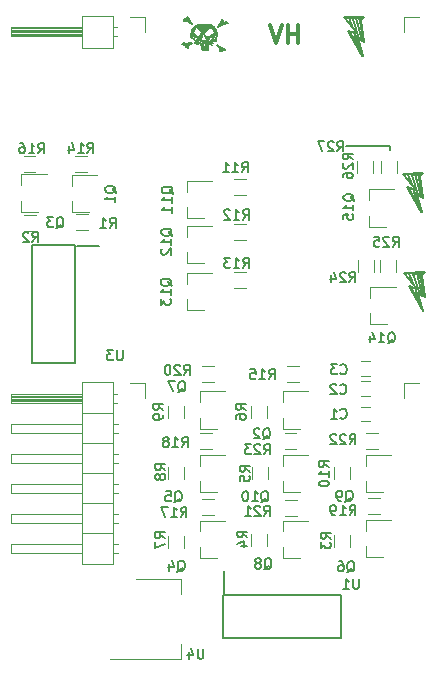
<source format=gbo>
%TF.GenerationSoftware,KiCad,Pcbnew,4.0.7*%
%TF.CreationDate,2017-11-19T01:16:01+08:00*%
%TF.ProjectId,Nixie-Tube-with-shiftR,4E697869652D547562652D776974682D,rev?*%
%TF.FileFunction,Legend,Bot*%
%FSLAX46Y46*%
G04 Gerber Fmt 4.6, Leading zero omitted, Abs format (unit mm)*
G04 Created by KiCad (PCBNEW 4.0.7) date 11/19/17 01:16:01*
%MOMM*%
%LPD*%
G01*
G04 APERTURE LIST*
%ADD10C,0.100000*%
%ADD11C,0.300000*%
%ADD12C,0.200000*%
%ADD13C,0.153000*%
%ADD14C,0.120000*%
%ADD15C,0.150000*%
G04 APERTURE END LIST*
D10*
D11*
X25271428Y-2928571D02*
X25271428Y-1428571D01*
X25271428Y-2142857D02*
X24414285Y-2142857D01*
X24414285Y-2928571D02*
X24414285Y-1428571D01*
X23914285Y-1428571D02*
X23414285Y-2928571D01*
X22914285Y-1428571D01*
D12*
X33060000Y-11640000D02*
X33060000Y-11960000D01*
X29350000Y-11660000D02*
X33060000Y-11640000D01*
D13*
X35335000Y-22445000D02*
X35795000Y-24295000D01*
X35665000Y-22485000D02*
X35755000Y-22885000D01*
X34651000Y-23544000D02*
X35865000Y-25665000D01*
X35725000Y-25285000D02*
X35365000Y-24165000D01*
X35055000Y-22515000D02*
X35585000Y-24195000D01*
X34845000Y-23615000D02*
X35285000Y-24585000D01*
X35237000Y-23995500D02*
X35621000Y-25056200D01*
X35891000Y-25664200D02*
X35454000Y-24181900D01*
X35715000Y-22605000D02*
X35785000Y-22405000D01*
X35585000Y-22365000D02*
X35629000Y-22709200D01*
X36033000Y-22327400D02*
X34297000Y-22386500D01*
X35454000Y-24181900D02*
X36039000Y-24447600D01*
X35930000Y-24262700D02*
X35237000Y-23995500D01*
X34725000Y-22475000D02*
X35065000Y-23265000D01*
X34555000Y-22425000D02*
X34395000Y-22415000D01*
X34297000Y-22386500D02*
X35407000Y-23727100D01*
X36039000Y-24447600D02*
X35785000Y-22605000D01*
X35407000Y-23727100D02*
X34651000Y-23544000D01*
X35755000Y-22825000D02*
X35915000Y-23955000D01*
X35505000Y-22485000D02*
X34555000Y-22425000D01*
X35705000Y-22445000D02*
X35715000Y-22605000D01*
X35874000Y-22402600D02*
X35621000Y-22533800D01*
X35155000Y-23685000D02*
X35355000Y-24115000D01*
X35955000Y-24345000D02*
X35345000Y-24085000D01*
X35629000Y-22709200D02*
X35930000Y-24262700D01*
X35785000Y-22605000D02*
X36033000Y-22327400D01*
X35210000Y-14070000D02*
X35670000Y-15920000D01*
X35540000Y-14110000D02*
X35630000Y-14510000D01*
X34526000Y-15169000D02*
X35740000Y-17290000D01*
X35600000Y-16910000D02*
X35240000Y-15790000D01*
X34930000Y-14140000D02*
X35460000Y-15820000D01*
X34720000Y-15240000D02*
X35160000Y-16210000D01*
X35112000Y-15620500D02*
X35496000Y-16681200D01*
X35766000Y-17289200D02*
X35329000Y-15806900D01*
X35590000Y-14230000D02*
X35660000Y-14030000D01*
X35460000Y-13990000D02*
X35504000Y-14334200D01*
X35908000Y-13952400D02*
X34172000Y-14011500D01*
X35329000Y-15806900D02*
X35914000Y-16072600D01*
X35805000Y-15887700D02*
X35112000Y-15620500D01*
X34600000Y-14100000D02*
X34940000Y-14890000D01*
X34430000Y-14050000D02*
X34270000Y-14040000D01*
X34172000Y-14011500D02*
X35282000Y-15352100D01*
X35914000Y-16072600D02*
X35660000Y-14230000D01*
X35282000Y-15352100D02*
X34526000Y-15169000D01*
X35630000Y-14450000D02*
X35790000Y-15580000D01*
X35380000Y-14110000D02*
X34430000Y-14050000D01*
X35580000Y-14070000D02*
X35590000Y-14230000D01*
X35749000Y-14027600D02*
X35496000Y-14158800D01*
X35030000Y-15310000D02*
X35230000Y-15740000D01*
X35830000Y-15970000D02*
X35220000Y-15710000D01*
X35504000Y-14334200D02*
X35805000Y-15887700D01*
X35660000Y-14230000D02*
X35908000Y-13952400D01*
D14*
X15890000Y-17780000D02*
X15890000Y-16850000D01*
X15890000Y-14620000D02*
X15890000Y-15550000D01*
X15890000Y-14620000D02*
X18050000Y-14620000D01*
X15890000Y-17780000D02*
X17350000Y-17780000D01*
D15*
X6375000Y-28775000D02*
X6375000Y-30025000D01*
X2775000Y-28750000D02*
X2775000Y-30025000D01*
X8425000Y-20115000D02*
X8225000Y-20115000D01*
X8225000Y-20115000D02*
X6575000Y-20115000D01*
X6375000Y-20015000D02*
X6375000Y-28765000D01*
X6375000Y-30025000D02*
X2775000Y-30025000D01*
X2775000Y-28765000D02*
X2775000Y-20015000D01*
X2775000Y-20015000D02*
X6375000Y-20015000D01*
D14*
X22630000Y-45500000D02*
X22630000Y-44500000D01*
X21270000Y-44500000D02*
X21270000Y-45500000D01*
X15360000Y-48290000D02*
X15360000Y-49550000D01*
X15360000Y-55110000D02*
X15360000Y-53850000D01*
X11600000Y-48290000D02*
X15360000Y-48290000D01*
X9350000Y-55110000D02*
X15360000Y-55110000D01*
X31350000Y-31600000D02*
X30650000Y-31600000D01*
X30650000Y-32800000D02*
X31350000Y-32800000D01*
X33680000Y-13950000D02*
X33680000Y-12950000D01*
X32320000Y-12950000D02*
X32320000Y-13950000D01*
X30320000Y-12950000D02*
X30320000Y-13950000D01*
X31680000Y-13950000D02*
X31680000Y-12950000D01*
X31290000Y-18480000D02*
X31290000Y-17550000D01*
X31290000Y-15320000D02*
X31290000Y-16250000D01*
X31290000Y-15320000D02*
X33450000Y-15320000D01*
X31290000Y-18480000D02*
X32750000Y-18480000D01*
D15*
X27685000Y-49695000D02*
X28935000Y-49695000D01*
X27660000Y-53295000D02*
X28935000Y-53295000D01*
X19025000Y-47645000D02*
X19025000Y-47845000D01*
X19025000Y-47845000D02*
X19025000Y-49495000D01*
X18925000Y-49695000D02*
X27675000Y-49695000D01*
X28935000Y-49695000D02*
X28935000Y-53295000D01*
X27675000Y-53295000D02*
X18925000Y-53295000D01*
X18925000Y-53295000D02*
X18925000Y-49695000D01*
D14*
X33630000Y-22300000D02*
X33630000Y-21300000D01*
X32270000Y-21300000D02*
X32270000Y-22300000D01*
X30370000Y-21350000D02*
X30370000Y-22350000D01*
X31730000Y-22350000D02*
X31730000Y-21350000D01*
X25150000Y-35945000D02*
X24150000Y-35945000D01*
X24150000Y-37305000D02*
X25150000Y-37305000D01*
X32050000Y-35945000D02*
X31050000Y-35945000D01*
X31050000Y-37305000D02*
X32050000Y-37305000D01*
X25200000Y-41595000D02*
X24200000Y-41595000D01*
X24200000Y-42955000D02*
X25200000Y-42955000D01*
X18200000Y-30320000D02*
X17200000Y-30320000D01*
X17200000Y-31680000D02*
X18200000Y-31680000D01*
X32250000Y-41445000D02*
X31250000Y-41445000D01*
X31250000Y-42805000D02*
X32250000Y-42805000D01*
X18000000Y-35945000D02*
X17000000Y-35945000D01*
X17000000Y-37305000D02*
X18000000Y-37305000D01*
X18200000Y-41570000D02*
X17200000Y-41570000D01*
X17200000Y-42930000D02*
X18200000Y-42930000D01*
X3050000Y-12470000D02*
X2050000Y-12470000D01*
X2050000Y-13830000D02*
X3050000Y-13830000D01*
X25350000Y-30320000D02*
X24350000Y-30320000D01*
X24350000Y-31680000D02*
X25350000Y-31680000D01*
X6425000Y-13855000D02*
X7425000Y-13855000D01*
X7425000Y-12495000D02*
X6425000Y-12495000D01*
X19850000Y-23680000D02*
X20850000Y-23680000D01*
X20850000Y-22320000D02*
X19850000Y-22320000D01*
X19850000Y-19630000D02*
X20850000Y-19630000D01*
X20850000Y-18270000D02*
X19850000Y-18270000D01*
X19850000Y-15780000D02*
X20850000Y-15780000D01*
X20850000Y-14420000D02*
X19850000Y-14420000D01*
X29680000Y-39875000D02*
X29680000Y-38875000D01*
X28320000Y-38875000D02*
X28320000Y-39875000D01*
X15630000Y-34650000D02*
X15630000Y-33650000D01*
X14270000Y-33650000D02*
X14270000Y-34650000D01*
X15630000Y-39875000D02*
X15630000Y-38875000D01*
X14270000Y-38875000D02*
X14270000Y-39875000D01*
X15630000Y-45675000D02*
X15630000Y-44675000D01*
X14270000Y-44675000D02*
X14270000Y-45675000D01*
X22630000Y-34650000D02*
X22630000Y-33650000D01*
X21270000Y-33650000D02*
X21270000Y-34650000D01*
X22780000Y-39875000D02*
X22780000Y-38875000D01*
X21420000Y-38875000D02*
X21420000Y-39875000D01*
X29680000Y-45600000D02*
X29680000Y-44600000D01*
X28320000Y-44600000D02*
X28320000Y-45600000D01*
X2100000Y-18830000D02*
X3100000Y-18830000D01*
X3100000Y-17470000D02*
X2100000Y-17470000D01*
X6475000Y-18755000D02*
X7475000Y-18755000D01*
X7475000Y-17395000D02*
X6475000Y-17395000D01*
X31390000Y-26730000D02*
X31390000Y-25800000D01*
X31390000Y-23570000D02*
X31390000Y-24500000D01*
X31390000Y-23570000D02*
X33550000Y-23570000D01*
X31390000Y-26730000D02*
X32850000Y-26730000D01*
X15890000Y-25580000D02*
X15890000Y-24650000D01*
X15890000Y-22420000D02*
X15890000Y-23350000D01*
X15890000Y-22420000D02*
X18050000Y-22420000D01*
X15890000Y-25580000D02*
X17350000Y-25580000D01*
X15890000Y-21580000D02*
X15890000Y-20650000D01*
X15890000Y-18420000D02*
X15890000Y-19350000D01*
X15890000Y-18420000D02*
X18050000Y-18420000D01*
X15890000Y-21580000D02*
X17350000Y-21580000D01*
X23990000Y-40955000D02*
X23990000Y-40025000D01*
X23990000Y-37795000D02*
X23990000Y-38725000D01*
X23990000Y-37795000D02*
X26150000Y-37795000D01*
X23990000Y-40955000D02*
X25450000Y-40955000D01*
X31040000Y-40955000D02*
X31040000Y-40025000D01*
X31040000Y-37795000D02*
X31040000Y-38725000D01*
X31040000Y-37795000D02*
X33200000Y-37795000D01*
X31040000Y-40955000D02*
X32500000Y-40955000D01*
X23990000Y-46530000D02*
X23990000Y-45600000D01*
X23990000Y-43370000D02*
X23990000Y-44300000D01*
X23990000Y-43370000D02*
X26150000Y-43370000D01*
X23990000Y-46530000D02*
X25450000Y-46530000D01*
X16990000Y-35580000D02*
X16990000Y-34650000D01*
X16990000Y-32420000D02*
X16990000Y-33350000D01*
X16990000Y-32420000D02*
X19150000Y-32420000D01*
X16990000Y-35580000D02*
X18450000Y-35580000D01*
X31040000Y-46455000D02*
X31040000Y-45525000D01*
X31040000Y-43295000D02*
X31040000Y-44225000D01*
X31040000Y-43295000D02*
X33200000Y-43295000D01*
X31040000Y-46455000D02*
X32500000Y-46455000D01*
X16990000Y-40955000D02*
X16990000Y-40025000D01*
X16990000Y-37795000D02*
X16990000Y-38725000D01*
X16990000Y-37795000D02*
X19150000Y-37795000D01*
X16990000Y-40955000D02*
X18450000Y-40955000D01*
X16990000Y-46530000D02*
X16990000Y-45600000D01*
X16990000Y-43370000D02*
X16990000Y-44300000D01*
X16990000Y-43370000D02*
X19150000Y-43370000D01*
X16990000Y-46530000D02*
X18450000Y-46530000D01*
X23990000Y-35580000D02*
X23990000Y-34650000D01*
X23990000Y-32420000D02*
X23990000Y-33350000D01*
X23990000Y-32420000D02*
X26150000Y-32420000D01*
X23990000Y-35580000D02*
X25450000Y-35580000D01*
X6115000Y-17255000D02*
X6115000Y-16325000D01*
X6115000Y-14095000D02*
X6115000Y-15025000D01*
X6115000Y-14095000D02*
X8275000Y-14095000D01*
X6115000Y-17255000D02*
X7575000Y-17255000D01*
X30650000Y-34950000D02*
X31350000Y-34950000D01*
X31350000Y-33750000D02*
X30650000Y-33750000D01*
X1840000Y-17230000D02*
X1840000Y-16300000D01*
X1840000Y-14070000D02*
X1840000Y-15000000D01*
X1840000Y-14070000D02*
X4000000Y-14070000D01*
X1840000Y-17230000D02*
X3300000Y-17230000D01*
X31350000Y-29900000D02*
X30650000Y-29900000D01*
X30650000Y-31100000D02*
X31350000Y-31100000D01*
X9660000Y-31670000D02*
X9660000Y-47030000D01*
X9660000Y-47030000D02*
X7000000Y-47030000D01*
X7000000Y-47030000D02*
X7000000Y-31670000D01*
X7000000Y-31670000D02*
X9660000Y-31670000D01*
X7000000Y-32620000D02*
X1000000Y-32620000D01*
X1000000Y-32620000D02*
X1000000Y-33380000D01*
X1000000Y-33380000D02*
X7000000Y-33380000D01*
X7000000Y-32680000D02*
X1000000Y-32680000D01*
X7000000Y-32800000D02*
X1000000Y-32800000D01*
X7000000Y-32920000D02*
X1000000Y-32920000D01*
X7000000Y-33040000D02*
X1000000Y-33040000D01*
X7000000Y-33160000D02*
X1000000Y-33160000D01*
X7000000Y-33280000D02*
X1000000Y-33280000D01*
X9990000Y-32620000D02*
X9660000Y-32620000D01*
X9990000Y-33380000D02*
X9660000Y-33380000D01*
X9660000Y-34270000D02*
X7000000Y-34270000D01*
X7000000Y-35160000D02*
X1000000Y-35160000D01*
X1000000Y-35160000D02*
X1000000Y-35920000D01*
X1000000Y-35920000D02*
X7000000Y-35920000D01*
X10057071Y-35160000D02*
X9660000Y-35160000D01*
X10057071Y-35920000D02*
X9660000Y-35920000D01*
X9660000Y-36810000D02*
X7000000Y-36810000D01*
X7000000Y-37700000D02*
X1000000Y-37700000D01*
X1000000Y-37700000D02*
X1000000Y-38460000D01*
X1000000Y-38460000D02*
X7000000Y-38460000D01*
X10057071Y-37700000D02*
X9660000Y-37700000D01*
X10057071Y-38460000D02*
X9660000Y-38460000D01*
X9660000Y-39350000D02*
X7000000Y-39350000D01*
X7000000Y-40240000D02*
X1000000Y-40240000D01*
X1000000Y-40240000D02*
X1000000Y-41000000D01*
X1000000Y-41000000D02*
X7000000Y-41000000D01*
X10057071Y-40240000D02*
X9660000Y-40240000D01*
X10057071Y-41000000D02*
X9660000Y-41000000D01*
X9660000Y-41890000D02*
X7000000Y-41890000D01*
X7000000Y-42780000D02*
X1000000Y-42780000D01*
X1000000Y-42780000D02*
X1000000Y-43540000D01*
X1000000Y-43540000D02*
X7000000Y-43540000D01*
X10057071Y-42780000D02*
X9660000Y-42780000D01*
X10057071Y-43540000D02*
X9660000Y-43540000D01*
X9660000Y-44430000D02*
X7000000Y-44430000D01*
X7000000Y-45320000D02*
X1000000Y-45320000D01*
X1000000Y-45320000D02*
X1000000Y-46080000D01*
X1000000Y-46080000D02*
X7000000Y-46080000D01*
X10057071Y-45320000D02*
X9660000Y-45320000D01*
X10057071Y-46080000D02*
X9660000Y-46080000D01*
X12370000Y-33000000D02*
X12370000Y-31730000D01*
X12370000Y-31730000D02*
X11100000Y-31730000D01*
X35500000Y-31730000D02*
X34230000Y-31730000D01*
X34230000Y-31730000D02*
X34230000Y-33000000D01*
X35550000Y-730000D02*
X34280000Y-730000D01*
X34280000Y-730000D02*
X34280000Y-2000000D01*
X9660000Y-670000D02*
X9660000Y-3330000D01*
X9660000Y-3330000D02*
X7000000Y-3330000D01*
X7000000Y-3330000D02*
X7000000Y-670000D01*
X7000000Y-670000D02*
X9660000Y-670000D01*
X7000000Y-1620000D02*
X1000000Y-1620000D01*
X1000000Y-1620000D02*
X1000000Y-2380000D01*
X1000000Y-2380000D02*
X7000000Y-2380000D01*
X7000000Y-1680000D02*
X1000000Y-1680000D01*
X7000000Y-1800000D02*
X1000000Y-1800000D01*
X7000000Y-1920000D02*
X1000000Y-1920000D01*
X7000000Y-2040000D02*
X1000000Y-2040000D01*
X7000000Y-2160000D02*
X1000000Y-2160000D01*
X7000000Y-2280000D02*
X1000000Y-2280000D01*
X9990000Y-1620000D02*
X9660000Y-1620000D01*
X9990000Y-2380000D02*
X9660000Y-2380000D01*
X12370000Y-2000000D02*
X12370000Y-730000D01*
X12370000Y-730000D02*
X11100000Y-730000D01*
D13*
X15900000Y-3200000D02*
X15480000Y-3060000D01*
X18820000Y-3600000D02*
X18720000Y-3630000D01*
X16950000Y-2600000D02*
X17160000Y-2280000D01*
X18210000Y-2220000D02*
X17960000Y-2380000D01*
X17130000Y-2320000D02*
X17050000Y-2720000D01*
X17710000Y-2910000D02*
X17850000Y-2760000D01*
X17660000Y-2970000D02*
X17840000Y-2960000D01*
X17030000Y-2350000D02*
X17210000Y-2200000D01*
X17660000Y-3020000D02*
X17550000Y-2910000D01*
X19000000Y-1350000D02*
X18790000Y-1170000D01*
X19220000Y-1160000D02*
X19030000Y-1260000D01*
X18700000Y-3440000D02*
X18590000Y-3230000D01*
X18240000Y-1690000D02*
X18440000Y-2130000D01*
X17710000Y-2560000D02*
X17900000Y-2390000D01*
X17110000Y-2800000D02*
X17510000Y-2790000D01*
X17970000Y-2460000D02*
X18360000Y-2170000D01*
X18200000Y-2600000D02*
X17910000Y-2660000D01*
X16300000Y-2930000D02*
X16000000Y-3200000D01*
X18750000Y-1340000D02*
X18820000Y-1330000D01*
X17510000Y-2410000D02*
X18160000Y-2350000D01*
X18360000Y-2730000D02*
X17820000Y-2820000D01*
X17210000Y-3510000D02*
X17020000Y-2890000D01*
X18020000Y-3070000D02*
X17770000Y-2970000D01*
X16250000Y-2930000D02*
X15820000Y-3040000D01*
X16540000Y-2360000D02*
X16420000Y-2310000D01*
X18770000Y-3360000D02*
X19050000Y-3420000D01*
X17580000Y-2560000D02*
X17760000Y-2480000D01*
X17280000Y-2910000D02*
X17360000Y-3470000D01*
X16610000Y-2930000D02*
X16700000Y-2700000D01*
X18360000Y-2110000D02*
X18190000Y-2420000D01*
X18840000Y-3480000D02*
X18820000Y-3600000D01*
X18240000Y-2120000D02*
X18080000Y-1750000D01*
X16920000Y-2910000D02*
X16760000Y-3040000D01*
X17430000Y-2370000D02*
X17630000Y-2790000D01*
X15900000Y-3090000D02*
X16260000Y-2930000D01*
X16000000Y-3200000D02*
X15950000Y-3400000D01*
X17730000Y-2630000D02*
X17460000Y-2750000D01*
X17530000Y-2870000D02*
X17610000Y-2880000D01*
X16860000Y-2610000D02*
X17190000Y-2090000D01*
X18430000Y-2110000D02*
X18370000Y-2740000D01*
X18530000Y-1580000D02*
X19000000Y-1350000D01*
X18790000Y-1170000D02*
X18510000Y-1550000D01*
X18720000Y-3630000D02*
X18700000Y-3440000D01*
X19070000Y-3540000D02*
X18840000Y-3480000D01*
X16800000Y-3030000D02*
X16630000Y-2910000D01*
X16570000Y-2460000D02*
X17100000Y-2420000D01*
X18450000Y-3080000D02*
X18770000Y-3360000D01*
X17620000Y-1650000D02*
X18090000Y-1700000D01*
X19050000Y-3420000D02*
X19070000Y-3540000D01*
X18360000Y-2170000D02*
X18090000Y-1710000D01*
X17360000Y-3470000D02*
X17280000Y-2910000D01*
X18190000Y-2140000D02*
X18100000Y-2430000D01*
X19030000Y-1260000D02*
X18820000Y-1000000D01*
X17630000Y-3510000D02*
X17400000Y-3520000D01*
X16810000Y-2820000D02*
X16930000Y-2910000D01*
X18890000Y-1140000D02*
X18870000Y-950000D01*
X16970000Y-2960000D02*
X16690000Y-2780000D01*
X17400000Y-3520000D02*
X17200000Y-3470000D01*
X18230000Y-1680000D02*
X17920000Y-1450000D01*
X18090000Y-1710000D02*
X17810000Y-1520000D01*
X17910000Y-2840000D02*
X18060000Y-2980000D01*
X17490000Y-2950000D02*
X17530000Y-3460000D01*
X17520000Y-2820000D02*
X16930000Y-2680000D01*
X17430000Y-2900000D02*
X17140000Y-2920000D01*
X15950000Y-3400000D02*
X15810000Y-3290000D01*
X17070000Y-1820000D02*
X17610000Y-1650000D01*
X17520000Y-1750000D02*
X17280000Y-1880000D01*
X16250000Y-2460000D02*
X16590000Y-2680000D01*
X16390000Y-2240000D02*
X16410000Y-2340000D01*
X17270000Y-1900000D02*
X17120000Y-1700000D01*
X16310000Y-1330000D02*
X16020000Y-1000000D01*
X15950000Y-980000D02*
X15630000Y-950000D01*
X16020000Y-1000000D02*
X16070000Y-790000D01*
X15950000Y-1110000D02*
X16180000Y-1260000D01*
X16310000Y-1840000D02*
X16700000Y-1430000D01*
X16830000Y-1560000D02*
X17780000Y-1580000D01*
X17400000Y-2050000D02*
X17310000Y-2160000D01*
X17310000Y-2160000D02*
X17450000Y-2340000D01*
X16850000Y-1520000D02*
X17170000Y-1690000D01*
X16250000Y-2430000D02*
X16310000Y-1860000D01*
X16070000Y-790000D02*
X15910000Y-780000D01*
X17860000Y-1570000D02*
X17400000Y-2050000D01*
X16850000Y-2550000D02*
X16450000Y-2190000D01*
X16740000Y-1420000D02*
X17910000Y-1450000D01*
X17610000Y-1650000D02*
X17690000Y-1760000D01*
X17780000Y-1580000D02*
X17690000Y-1710000D01*
X17540000Y-1640000D02*
X17070000Y-1820000D01*
X17810000Y-1520000D02*
X16750000Y-1530000D01*
X15910000Y-780000D02*
X15950000Y-980000D01*
X17230000Y-2120000D02*
X16740000Y-1580000D01*
X15670000Y-1110000D02*
X15950000Y-1110000D01*
X16940000Y-1760000D02*
X16830000Y-1690000D01*
X16370000Y-1950000D02*
X16330000Y-2460000D01*
X16750000Y-1530000D02*
X16370000Y-1950000D01*
X15630000Y-950000D02*
X15670000Y-1110000D01*
X16610000Y-1730000D02*
X16370000Y-2070000D01*
X15480000Y-3060000D02*
X15680000Y-2980000D01*
X15680000Y-2980000D02*
X15900000Y-3090000D01*
X15810000Y-3290000D02*
X15900000Y-3200000D01*
X19330000Y-1260000D02*
X19220000Y-1160000D01*
X19020000Y-1340000D02*
X19330000Y-1260000D01*
X17700000Y-3040000D02*
X17690000Y-3520000D01*
X30210000Y-820000D02*
X30670000Y-2670000D01*
X30540000Y-860000D02*
X30630000Y-1260000D01*
X29526000Y-1919000D02*
X30740000Y-4040000D01*
X30600000Y-3660000D02*
X30240000Y-2540000D01*
X29930000Y-890000D02*
X30460000Y-2570000D01*
X29720000Y-1990000D02*
X30160000Y-2960000D01*
X30112000Y-2370500D02*
X30496000Y-3431200D01*
X30766000Y-4039200D02*
X30329000Y-2556900D01*
X30590000Y-980000D02*
X30660000Y-780000D01*
X30460000Y-740000D02*
X30504000Y-1084200D01*
X30908000Y-702400D02*
X29172000Y-761500D01*
X30329000Y-2556900D02*
X30914000Y-2822600D01*
X30805000Y-2637700D02*
X30112000Y-2370500D01*
X29600000Y-850000D02*
X29940000Y-1640000D01*
X29430000Y-800000D02*
X29270000Y-790000D01*
X29172000Y-761500D02*
X30282000Y-2102100D01*
X30914000Y-2822600D02*
X30660000Y-980000D01*
X30282000Y-2102100D02*
X29526000Y-1919000D01*
X30630000Y-1200000D02*
X30790000Y-2330000D01*
X30380000Y-860000D02*
X29430000Y-800000D01*
X30580000Y-820000D02*
X30590000Y-980000D01*
X30749000Y-777600D02*
X30496000Y-908800D01*
X30030000Y-2060000D02*
X30230000Y-2490000D01*
X30830000Y-2720000D02*
X30220000Y-2460000D01*
X30504000Y-1084200D02*
X30805000Y-2637700D01*
X30660000Y-980000D02*
X30908000Y-702400D01*
X14705476Y-15714286D02*
X14665000Y-15633333D01*
X14584048Y-15552381D01*
X14462619Y-15430952D01*
X14422143Y-15350000D01*
X14422143Y-15269048D01*
X14624524Y-15309524D02*
X14584048Y-15228571D01*
X14503095Y-15147619D01*
X14341190Y-15107143D01*
X14057857Y-15107143D01*
X13895952Y-15147619D01*
X13815000Y-15228571D01*
X13774524Y-15309524D01*
X13774524Y-15471428D01*
X13815000Y-15552381D01*
X13895952Y-15633333D01*
X14057857Y-15673809D01*
X14341190Y-15673809D01*
X14503095Y-15633333D01*
X14584048Y-15552381D01*
X14624524Y-15471428D01*
X14624524Y-15309524D01*
X14624524Y-16483333D02*
X14624524Y-15997619D01*
X14624524Y-16240476D02*
X13774524Y-16240476D01*
X13895952Y-16159524D01*
X13976905Y-16078571D01*
X14017381Y-15997619D01*
X14624524Y-17292857D02*
X14624524Y-16807143D01*
X14624524Y-17050000D02*
X13774524Y-17050000D01*
X13895952Y-16969048D01*
X13976905Y-16888095D01*
X14017381Y-16807143D01*
X10447619Y-28934524D02*
X10447619Y-29622619D01*
X10407143Y-29703571D01*
X10366667Y-29744048D01*
X10285714Y-29784524D01*
X10123810Y-29784524D01*
X10042857Y-29744048D01*
X10002381Y-29703571D01*
X9961905Y-29622619D01*
X9961905Y-28934524D01*
X9638095Y-28934524D02*
X9111905Y-28934524D01*
X9395238Y-29258333D01*
X9273810Y-29258333D01*
X9192857Y-29298810D01*
X9152381Y-29339286D01*
X9111905Y-29420238D01*
X9111905Y-29622619D01*
X9152381Y-29703571D01*
X9192857Y-29744048D01*
X9273810Y-29784524D01*
X9516667Y-29784524D01*
X9597619Y-29744048D01*
X9638095Y-29703571D01*
X21014524Y-44793333D02*
X20609762Y-44510000D01*
X21014524Y-44307619D02*
X20164524Y-44307619D01*
X20164524Y-44631428D01*
X20205000Y-44712381D01*
X20245476Y-44752857D01*
X20326429Y-44793333D01*
X20447857Y-44793333D01*
X20528810Y-44752857D01*
X20569286Y-44712381D01*
X20609762Y-44631428D01*
X20609762Y-44307619D01*
X20447857Y-45521905D02*
X21014524Y-45521905D01*
X20124048Y-45319524D02*
X20731190Y-45117143D01*
X20731190Y-45643333D01*
X17277619Y-54214524D02*
X17277619Y-54902619D01*
X17237143Y-54983571D01*
X17196667Y-55024048D01*
X17115714Y-55064524D01*
X16953810Y-55064524D01*
X16872857Y-55024048D01*
X16832381Y-54983571D01*
X16791905Y-54902619D01*
X16791905Y-54214524D01*
X16022857Y-54497857D02*
X16022857Y-55064524D01*
X16225238Y-54174048D02*
X16427619Y-54781190D01*
X15901429Y-54781190D01*
X28851667Y-32583571D02*
X28892143Y-32624048D01*
X29013572Y-32664524D01*
X29094524Y-32664524D01*
X29215952Y-32624048D01*
X29296905Y-32543095D01*
X29337381Y-32462143D01*
X29377857Y-32300238D01*
X29377857Y-32178810D01*
X29337381Y-32016905D01*
X29296905Y-31935952D01*
X29215952Y-31855000D01*
X29094524Y-31814524D01*
X29013572Y-31814524D01*
X28892143Y-31855000D01*
X28851667Y-31895476D01*
X28527857Y-31895476D02*
X28487381Y-31855000D01*
X28406429Y-31814524D01*
X28204048Y-31814524D01*
X28123095Y-31855000D01*
X28082619Y-31895476D01*
X28042143Y-31976429D01*
X28042143Y-32057381D01*
X28082619Y-32178810D01*
X28568333Y-32664524D01*
X28042143Y-32664524D01*
X28626429Y-12114524D02*
X28909762Y-11709762D01*
X29112143Y-12114524D02*
X29112143Y-11264524D01*
X28788334Y-11264524D01*
X28707381Y-11305000D01*
X28666905Y-11345476D01*
X28626429Y-11426429D01*
X28626429Y-11547857D01*
X28666905Y-11628810D01*
X28707381Y-11669286D01*
X28788334Y-11709762D01*
X29112143Y-11709762D01*
X28302619Y-11345476D02*
X28262143Y-11305000D01*
X28181191Y-11264524D01*
X27978810Y-11264524D01*
X27897857Y-11305000D01*
X27857381Y-11345476D01*
X27816905Y-11426429D01*
X27816905Y-11507381D01*
X27857381Y-11628810D01*
X28343095Y-12114524D01*
X27816905Y-12114524D01*
X27533571Y-11264524D02*
X26966905Y-11264524D01*
X27331190Y-12114524D01*
X29934524Y-12783571D02*
X29529762Y-12500238D01*
X29934524Y-12297857D02*
X29084524Y-12297857D01*
X29084524Y-12621666D01*
X29125000Y-12702619D01*
X29165476Y-12743095D01*
X29246429Y-12783571D01*
X29367857Y-12783571D01*
X29448810Y-12743095D01*
X29489286Y-12702619D01*
X29529762Y-12621666D01*
X29529762Y-12297857D01*
X29165476Y-13107381D02*
X29125000Y-13147857D01*
X29084524Y-13228809D01*
X29084524Y-13431190D01*
X29125000Y-13512143D01*
X29165476Y-13552619D01*
X29246429Y-13593095D01*
X29327381Y-13593095D01*
X29448810Y-13552619D01*
X29934524Y-13066905D01*
X29934524Y-13593095D01*
X29084524Y-14321667D02*
X29084524Y-14159762D01*
X29125000Y-14078810D01*
X29165476Y-14038333D01*
X29286905Y-13957381D01*
X29448810Y-13916905D01*
X29772619Y-13916905D01*
X29853571Y-13957381D01*
X29894048Y-13997857D01*
X29934524Y-14078810D01*
X29934524Y-14240714D01*
X29894048Y-14321667D01*
X29853571Y-14362143D01*
X29772619Y-14402619D01*
X29570238Y-14402619D01*
X29489286Y-14362143D01*
X29448810Y-14321667D01*
X29408333Y-14240714D01*
X29408333Y-14078810D01*
X29448810Y-13997857D01*
X29489286Y-13957381D01*
X29570238Y-13916905D01*
X30055476Y-16344286D02*
X30015000Y-16263333D01*
X29934048Y-16182381D01*
X29812619Y-16060952D01*
X29772143Y-15980000D01*
X29772143Y-15899048D01*
X29974524Y-15939524D02*
X29934048Y-15858571D01*
X29853095Y-15777619D01*
X29691190Y-15737143D01*
X29407857Y-15737143D01*
X29245952Y-15777619D01*
X29165000Y-15858571D01*
X29124524Y-15939524D01*
X29124524Y-16101428D01*
X29165000Y-16182381D01*
X29245952Y-16263333D01*
X29407857Y-16303809D01*
X29691190Y-16303809D01*
X29853095Y-16263333D01*
X29934048Y-16182381D01*
X29974524Y-16101428D01*
X29974524Y-15939524D01*
X29974524Y-17113333D02*
X29974524Y-16627619D01*
X29974524Y-16870476D02*
X29124524Y-16870476D01*
X29245952Y-16789524D01*
X29326905Y-16708571D01*
X29367381Y-16627619D01*
X29124524Y-17882381D02*
X29124524Y-17477619D01*
X29529286Y-17437143D01*
X29488810Y-17477619D01*
X29448333Y-17558571D01*
X29448333Y-17760952D01*
X29488810Y-17841905D01*
X29529286Y-17882381D01*
X29610238Y-17922857D01*
X29812619Y-17922857D01*
X29893571Y-17882381D01*
X29934048Y-17841905D01*
X29974524Y-17760952D01*
X29974524Y-17558571D01*
X29934048Y-17477619D01*
X29893571Y-17437143D01*
X30447619Y-48314524D02*
X30447619Y-49002619D01*
X30407143Y-49083571D01*
X30366667Y-49124048D01*
X30285714Y-49164524D01*
X30123810Y-49164524D01*
X30042857Y-49124048D01*
X30002381Y-49083571D01*
X29961905Y-49002619D01*
X29961905Y-48314524D01*
X29111905Y-49164524D02*
X29597619Y-49164524D01*
X29354762Y-49164524D02*
X29354762Y-48314524D01*
X29435714Y-48435952D01*
X29516667Y-48516905D01*
X29597619Y-48557381D01*
X33316429Y-20174524D02*
X33599762Y-19769762D01*
X33802143Y-20174524D02*
X33802143Y-19324524D01*
X33478334Y-19324524D01*
X33397381Y-19365000D01*
X33356905Y-19405476D01*
X33316429Y-19486429D01*
X33316429Y-19607857D01*
X33356905Y-19688810D01*
X33397381Y-19729286D01*
X33478334Y-19769762D01*
X33802143Y-19769762D01*
X32992619Y-19405476D02*
X32952143Y-19365000D01*
X32871191Y-19324524D01*
X32668810Y-19324524D01*
X32587857Y-19365000D01*
X32547381Y-19405476D01*
X32506905Y-19486429D01*
X32506905Y-19567381D01*
X32547381Y-19688810D01*
X33033095Y-20174524D01*
X32506905Y-20174524D01*
X31737857Y-19324524D02*
X32142619Y-19324524D01*
X32183095Y-19729286D01*
X32142619Y-19688810D01*
X32061667Y-19648333D01*
X31859286Y-19648333D01*
X31778333Y-19688810D01*
X31737857Y-19729286D01*
X31697381Y-19810238D01*
X31697381Y-20012619D01*
X31737857Y-20093571D01*
X31778333Y-20134048D01*
X31859286Y-20174524D01*
X32061667Y-20174524D01*
X32142619Y-20134048D01*
X32183095Y-20093571D01*
X29646429Y-23184524D02*
X29929762Y-22779762D01*
X30132143Y-23184524D02*
X30132143Y-22334524D01*
X29808334Y-22334524D01*
X29727381Y-22375000D01*
X29686905Y-22415476D01*
X29646429Y-22496429D01*
X29646429Y-22617857D01*
X29686905Y-22698810D01*
X29727381Y-22739286D01*
X29808334Y-22779762D01*
X30132143Y-22779762D01*
X29322619Y-22415476D02*
X29282143Y-22375000D01*
X29201191Y-22334524D01*
X28998810Y-22334524D01*
X28917857Y-22375000D01*
X28877381Y-22415476D01*
X28836905Y-22496429D01*
X28836905Y-22577381D01*
X28877381Y-22698810D01*
X29363095Y-23184524D01*
X28836905Y-23184524D01*
X28108333Y-22617857D02*
X28108333Y-23184524D01*
X28310714Y-22294048D02*
X28513095Y-22901190D01*
X27986905Y-22901190D01*
X22406429Y-37764524D02*
X22689762Y-37359762D01*
X22892143Y-37764524D02*
X22892143Y-36914524D01*
X22568334Y-36914524D01*
X22487381Y-36955000D01*
X22446905Y-36995476D01*
X22406429Y-37076429D01*
X22406429Y-37197857D01*
X22446905Y-37278810D01*
X22487381Y-37319286D01*
X22568334Y-37359762D01*
X22892143Y-37359762D01*
X22082619Y-36995476D02*
X22042143Y-36955000D01*
X21961191Y-36914524D01*
X21758810Y-36914524D01*
X21677857Y-36955000D01*
X21637381Y-36995476D01*
X21596905Y-37076429D01*
X21596905Y-37157381D01*
X21637381Y-37278810D01*
X22123095Y-37764524D01*
X21596905Y-37764524D01*
X21313571Y-36914524D02*
X20787381Y-36914524D01*
X21070714Y-37238333D01*
X20949286Y-37238333D01*
X20868333Y-37278810D01*
X20827857Y-37319286D01*
X20787381Y-37400238D01*
X20787381Y-37602619D01*
X20827857Y-37683571D01*
X20868333Y-37724048D01*
X20949286Y-37764524D01*
X21192143Y-37764524D01*
X21273095Y-37724048D01*
X21313571Y-37683571D01*
X29656429Y-36914524D02*
X29939762Y-36509762D01*
X30142143Y-36914524D02*
X30142143Y-36064524D01*
X29818334Y-36064524D01*
X29737381Y-36105000D01*
X29696905Y-36145476D01*
X29656429Y-36226429D01*
X29656429Y-36347857D01*
X29696905Y-36428810D01*
X29737381Y-36469286D01*
X29818334Y-36509762D01*
X30142143Y-36509762D01*
X29332619Y-36145476D02*
X29292143Y-36105000D01*
X29211191Y-36064524D01*
X29008810Y-36064524D01*
X28927857Y-36105000D01*
X28887381Y-36145476D01*
X28846905Y-36226429D01*
X28846905Y-36307381D01*
X28887381Y-36428810D01*
X29373095Y-36914524D01*
X28846905Y-36914524D01*
X28523095Y-36145476D02*
X28482619Y-36105000D01*
X28401667Y-36064524D01*
X28199286Y-36064524D01*
X28118333Y-36105000D01*
X28077857Y-36145476D01*
X28037381Y-36226429D01*
X28037381Y-36307381D01*
X28077857Y-36428810D01*
X28563571Y-36914524D01*
X28037381Y-36914524D01*
X22406429Y-42974524D02*
X22689762Y-42569762D01*
X22892143Y-42974524D02*
X22892143Y-42124524D01*
X22568334Y-42124524D01*
X22487381Y-42165000D01*
X22446905Y-42205476D01*
X22406429Y-42286429D01*
X22406429Y-42407857D01*
X22446905Y-42488810D01*
X22487381Y-42529286D01*
X22568334Y-42569762D01*
X22892143Y-42569762D01*
X22082619Y-42205476D02*
X22042143Y-42165000D01*
X21961191Y-42124524D01*
X21758810Y-42124524D01*
X21677857Y-42165000D01*
X21637381Y-42205476D01*
X21596905Y-42286429D01*
X21596905Y-42367381D01*
X21637381Y-42488810D01*
X22123095Y-42974524D01*
X21596905Y-42974524D01*
X20787381Y-42974524D02*
X21273095Y-42974524D01*
X21030238Y-42974524D02*
X21030238Y-42124524D01*
X21111190Y-42245952D01*
X21192143Y-42326905D01*
X21273095Y-42367381D01*
X15626429Y-31044524D02*
X15909762Y-30639762D01*
X16112143Y-31044524D02*
X16112143Y-30194524D01*
X15788334Y-30194524D01*
X15707381Y-30235000D01*
X15666905Y-30275476D01*
X15626429Y-30356429D01*
X15626429Y-30477857D01*
X15666905Y-30558810D01*
X15707381Y-30599286D01*
X15788334Y-30639762D01*
X16112143Y-30639762D01*
X15302619Y-30275476D02*
X15262143Y-30235000D01*
X15181191Y-30194524D01*
X14978810Y-30194524D01*
X14897857Y-30235000D01*
X14857381Y-30275476D01*
X14816905Y-30356429D01*
X14816905Y-30437381D01*
X14857381Y-30558810D01*
X15343095Y-31044524D01*
X14816905Y-31044524D01*
X14290714Y-30194524D02*
X14209762Y-30194524D01*
X14128810Y-30235000D01*
X14088333Y-30275476D01*
X14047857Y-30356429D01*
X14007381Y-30518333D01*
X14007381Y-30720714D01*
X14047857Y-30882619D01*
X14088333Y-30963571D01*
X14128810Y-31004048D01*
X14209762Y-31044524D01*
X14290714Y-31044524D01*
X14371667Y-31004048D01*
X14412143Y-30963571D01*
X14452619Y-30882619D01*
X14493095Y-30720714D01*
X14493095Y-30518333D01*
X14452619Y-30356429D01*
X14412143Y-30275476D01*
X14371667Y-30235000D01*
X14290714Y-30194524D01*
X29656429Y-42924524D02*
X29939762Y-42519762D01*
X30142143Y-42924524D02*
X30142143Y-42074524D01*
X29818334Y-42074524D01*
X29737381Y-42115000D01*
X29696905Y-42155476D01*
X29656429Y-42236429D01*
X29656429Y-42357857D01*
X29696905Y-42438810D01*
X29737381Y-42479286D01*
X29818334Y-42519762D01*
X30142143Y-42519762D01*
X28846905Y-42924524D02*
X29332619Y-42924524D01*
X29089762Y-42924524D02*
X29089762Y-42074524D01*
X29170714Y-42195952D01*
X29251667Y-42276905D01*
X29332619Y-42317381D01*
X28442143Y-42924524D02*
X28280238Y-42924524D01*
X28199286Y-42884048D01*
X28158810Y-42843571D01*
X28077857Y-42722143D01*
X28037381Y-42560238D01*
X28037381Y-42236429D01*
X28077857Y-42155476D01*
X28118333Y-42115000D01*
X28199286Y-42074524D01*
X28361190Y-42074524D01*
X28442143Y-42115000D01*
X28482619Y-42155476D01*
X28523095Y-42236429D01*
X28523095Y-42438810D01*
X28482619Y-42519762D01*
X28442143Y-42560238D01*
X28361190Y-42600714D01*
X28199286Y-42600714D01*
X28118333Y-42560238D01*
X28077857Y-42519762D01*
X28037381Y-42438810D01*
X15466429Y-37154524D02*
X15749762Y-36749762D01*
X15952143Y-37154524D02*
X15952143Y-36304524D01*
X15628334Y-36304524D01*
X15547381Y-36345000D01*
X15506905Y-36385476D01*
X15466429Y-36466429D01*
X15466429Y-36587857D01*
X15506905Y-36668810D01*
X15547381Y-36709286D01*
X15628334Y-36749762D01*
X15952143Y-36749762D01*
X14656905Y-37154524D02*
X15142619Y-37154524D01*
X14899762Y-37154524D02*
X14899762Y-36304524D01*
X14980714Y-36425952D01*
X15061667Y-36506905D01*
X15142619Y-36547381D01*
X14171190Y-36668810D02*
X14252143Y-36628333D01*
X14292619Y-36587857D01*
X14333095Y-36506905D01*
X14333095Y-36466429D01*
X14292619Y-36385476D01*
X14252143Y-36345000D01*
X14171190Y-36304524D01*
X14009286Y-36304524D01*
X13928333Y-36345000D01*
X13887857Y-36385476D01*
X13847381Y-36466429D01*
X13847381Y-36506905D01*
X13887857Y-36587857D01*
X13928333Y-36628333D01*
X14009286Y-36668810D01*
X14171190Y-36668810D01*
X14252143Y-36709286D01*
X14292619Y-36749762D01*
X14333095Y-36830714D01*
X14333095Y-36992619D01*
X14292619Y-37073571D01*
X14252143Y-37114048D01*
X14171190Y-37154524D01*
X14009286Y-37154524D01*
X13928333Y-37114048D01*
X13887857Y-37073571D01*
X13847381Y-36992619D01*
X13847381Y-36830714D01*
X13887857Y-36749762D01*
X13928333Y-36709286D01*
X14009286Y-36668810D01*
X15356429Y-43084524D02*
X15639762Y-42679762D01*
X15842143Y-43084524D02*
X15842143Y-42234524D01*
X15518334Y-42234524D01*
X15437381Y-42275000D01*
X15396905Y-42315476D01*
X15356429Y-42396429D01*
X15356429Y-42517857D01*
X15396905Y-42598810D01*
X15437381Y-42639286D01*
X15518334Y-42679762D01*
X15842143Y-42679762D01*
X14546905Y-43084524D02*
X15032619Y-43084524D01*
X14789762Y-43084524D02*
X14789762Y-42234524D01*
X14870714Y-42355952D01*
X14951667Y-42436905D01*
X15032619Y-42477381D01*
X14263571Y-42234524D02*
X13696905Y-42234524D01*
X14061190Y-43084524D01*
X3296429Y-12284524D02*
X3579762Y-11879762D01*
X3782143Y-12284524D02*
X3782143Y-11434524D01*
X3458334Y-11434524D01*
X3377381Y-11475000D01*
X3336905Y-11515476D01*
X3296429Y-11596429D01*
X3296429Y-11717857D01*
X3336905Y-11798810D01*
X3377381Y-11839286D01*
X3458334Y-11879762D01*
X3782143Y-11879762D01*
X2486905Y-12284524D02*
X2972619Y-12284524D01*
X2729762Y-12284524D02*
X2729762Y-11434524D01*
X2810714Y-11555952D01*
X2891667Y-11636905D01*
X2972619Y-11677381D01*
X1758333Y-11434524D02*
X1920238Y-11434524D01*
X2001190Y-11475000D01*
X2041667Y-11515476D01*
X2122619Y-11636905D01*
X2163095Y-11798810D01*
X2163095Y-12122619D01*
X2122619Y-12203571D01*
X2082143Y-12244048D01*
X2001190Y-12284524D01*
X1839286Y-12284524D01*
X1758333Y-12244048D01*
X1717857Y-12203571D01*
X1677381Y-12122619D01*
X1677381Y-11920238D01*
X1717857Y-11839286D01*
X1758333Y-11798810D01*
X1839286Y-11758333D01*
X2001190Y-11758333D01*
X2082143Y-11798810D01*
X2122619Y-11839286D01*
X2163095Y-11920238D01*
X22826429Y-31394524D02*
X23109762Y-30989762D01*
X23312143Y-31394524D02*
X23312143Y-30544524D01*
X22988334Y-30544524D01*
X22907381Y-30585000D01*
X22866905Y-30625476D01*
X22826429Y-30706429D01*
X22826429Y-30827857D01*
X22866905Y-30908810D01*
X22907381Y-30949286D01*
X22988334Y-30989762D01*
X23312143Y-30989762D01*
X22016905Y-31394524D02*
X22502619Y-31394524D01*
X22259762Y-31394524D02*
X22259762Y-30544524D01*
X22340714Y-30665952D01*
X22421667Y-30746905D01*
X22502619Y-30787381D01*
X21247857Y-30544524D02*
X21652619Y-30544524D01*
X21693095Y-30949286D01*
X21652619Y-30908810D01*
X21571667Y-30868333D01*
X21369286Y-30868333D01*
X21288333Y-30908810D01*
X21247857Y-30949286D01*
X21207381Y-31030238D01*
X21207381Y-31232619D01*
X21247857Y-31313571D01*
X21288333Y-31354048D01*
X21369286Y-31394524D01*
X21571667Y-31394524D01*
X21652619Y-31354048D01*
X21693095Y-31313571D01*
X7466429Y-12254524D02*
X7749762Y-11849762D01*
X7952143Y-12254524D02*
X7952143Y-11404524D01*
X7628334Y-11404524D01*
X7547381Y-11445000D01*
X7506905Y-11485476D01*
X7466429Y-11566429D01*
X7466429Y-11687857D01*
X7506905Y-11768810D01*
X7547381Y-11809286D01*
X7628334Y-11849762D01*
X7952143Y-11849762D01*
X6656905Y-12254524D02*
X7142619Y-12254524D01*
X6899762Y-12254524D02*
X6899762Y-11404524D01*
X6980714Y-11525952D01*
X7061667Y-11606905D01*
X7142619Y-11647381D01*
X5928333Y-11687857D02*
X5928333Y-12254524D01*
X6130714Y-11364048D02*
X6333095Y-11971190D01*
X5806905Y-11971190D01*
X20646429Y-21984524D02*
X20929762Y-21579762D01*
X21132143Y-21984524D02*
X21132143Y-21134524D01*
X20808334Y-21134524D01*
X20727381Y-21175000D01*
X20686905Y-21215476D01*
X20646429Y-21296429D01*
X20646429Y-21417857D01*
X20686905Y-21498810D01*
X20727381Y-21539286D01*
X20808334Y-21579762D01*
X21132143Y-21579762D01*
X19836905Y-21984524D02*
X20322619Y-21984524D01*
X20079762Y-21984524D02*
X20079762Y-21134524D01*
X20160714Y-21255952D01*
X20241667Y-21336905D01*
X20322619Y-21377381D01*
X19553571Y-21134524D02*
X19027381Y-21134524D01*
X19310714Y-21458333D01*
X19189286Y-21458333D01*
X19108333Y-21498810D01*
X19067857Y-21539286D01*
X19027381Y-21620238D01*
X19027381Y-21822619D01*
X19067857Y-21903571D01*
X19108333Y-21944048D01*
X19189286Y-21984524D01*
X19432143Y-21984524D01*
X19513095Y-21944048D01*
X19553571Y-21903571D01*
X20646429Y-17884524D02*
X20929762Y-17479762D01*
X21132143Y-17884524D02*
X21132143Y-17034524D01*
X20808334Y-17034524D01*
X20727381Y-17075000D01*
X20686905Y-17115476D01*
X20646429Y-17196429D01*
X20646429Y-17317857D01*
X20686905Y-17398810D01*
X20727381Y-17439286D01*
X20808334Y-17479762D01*
X21132143Y-17479762D01*
X19836905Y-17884524D02*
X20322619Y-17884524D01*
X20079762Y-17884524D02*
X20079762Y-17034524D01*
X20160714Y-17155952D01*
X20241667Y-17236905D01*
X20322619Y-17277381D01*
X19513095Y-17115476D02*
X19472619Y-17075000D01*
X19391667Y-17034524D01*
X19189286Y-17034524D01*
X19108333Y-17075000D01*
X19067857Y-17115476D01*
X19027381Y-17196429D01*
X19027381Y-17277381D01*
X19067857Y-17398810D01*
X19553571Y-17884524D01*
X19027381Y-17884524D01*
X20546429Y-13884524D02*
X20829762Y-13479762D01*
X21032143Y-13884524D02*
X21032143Y-13034524D01*
X20708334Y-13034524D01*
X20627381Y-13075000D01*
X20586905Y-13115476D01*
X20546429Y-13196429D01*
X20546429Y-13317857D01*
X20586905Y-13398810D01*
X20627381Y-13439286D01*
X20708334Y-13479762D01*
X21032143Y-13479762D01*
X19736905Y-13884524D02*
X20222619Y-13884524D01*
X19979762Y-13884524D02*
X19979762Y-13034524D01*
X20060714Y-13155952D01*
X20141667Y-13236905D01*
X20222619Y-13277381D01*
X18927381Y-13884524D02*
X19413095Y-13884524D01*
X19170238Y-13884524D02*
X19170238Y-13034524D01*
X19251190Y-13155952D01*
X19332143Y-13236905D01*
X19413095Y-13277381D01*
X27884524Y-38853571D02*
X27479762Y-38570238D01*
X27884524Y-38367857D02*
X27034524Y-38367857D01*
X27034524Y-38691666D01*
X27075000Y-38772619D01*
X27115476Y-38813095D01*
X27196429Y-38853571D01*
X27317857Y-38853571D01*
X27398810Y-38813095D01*
X27439286Y-38772619D01*
X27479762Y-38691666D01*
X27479762Y-38367857D01*
X27884524Y-39663095D02*
X27884524Y-39177381D01*
X27884524Y-39420238D02*
X27034524Y-39420238D01*
X27155952Y-39339286D01*
X27236905Y-39258333D01*
X27277381Y-39177381D01*
X27034524Y-40189286D02*
X27034524Y-40270238D01*
X27075000Y-40351190D01*
X27115476Y-40391667D01*
X27196429Y-40432143D01*
X27358333Y-40472619D01*
X27560714Y-40472619D01*
X27722619Y-40432143D01*
X27803571Y-40391667D01*
X27844048Y-40351190D01*
X27884524Y-40270238D01*
X27884524Y-40189286D01*
X27844048Y-40108333D01*
X27803571Y-40067857D01*
X27722619Y-40027381D01*
X27560714Y-39986905D01*
X27358333Y-39986905D01*
X27196429Y-40027381D01*
X27115476Y-40067857D01*
X27075000Y-40108333D01*
X27034524Y-40189286D01*
X13884524Y-34008333D02*
X13479762Y-33725000D01*
X13884524Y-33522619D02*
X13034524Y-33522619D01*
X13034524Y-33846428D01*
X13075000Y-33927381D01*
X13115476Y-33967857D01*
X13196429Y-34008333D01*
X13317857Y-34008333D01*
X13398810Y-33967857D01*
X13439286Y-33927381D01*
X13479762Y-33846428D01*
X13479762Y-33522619D01*
X13884524Y-34413095D02*
X13884524Y-34575000D01*
X13844048Y-34655952D01*
X13803571Y-34696428D01*
X13682143Y-34777381D01*
X13520238Y-34817857D01*
X13196429Y-34817857D01*
X13115476Y-34777381D01*
X13075000Y-34736905D01*
X13034524Y-34655952D01*
X13034524Y-34494048D01*
X13075000Y-34413095D01*
X13115476Y-34372619D01*
X13196429Y-34332143D01*
X13398810Y-34332143D01*
X13479762Y-34372619D01*
X13520238Y-34413095D01*
X13560714Y-34494048D01*
X13560714Y-34655952D01*
X13520238Y-34736905D01*
X13479762Y-34777381D01*
X13398810Y-34817857D01*
X14054524Y-39098333D02*
X13649762Y-38815000D01*
X14054524Y-38612619D02*
X13204524Y-38612619D01*
X13204524Y-38936428D01*
X13245000Y-39017381D01*
X13285476Y-39057857D01*
X13366429Y-39098333D01*
X13487857Y-39098333D01*
X13568810Y-39057857D01*
X13609286Y-39017381D01*
X13649762Y-38936428D01*
X13649762Y-38612619D01*
X13568810Y-39584048D02*
X13528333Y-39503095D01*
X13487857Y-39462619D01*
X13406905Y-39422143D01*
X13366429Y-39422143D01*
X13285476Y-39462619D01*
X13245000Y-39503095D01*
X13204524Y-39584048D01*
X13204524Y-39745952D01*
X13245000Y-39826905D01*
X13285476Y-39867381D01*
X13366429Y-39907857D01*
X13406905Y-39907857D01*
X13487857Y-39867381D01*
X13528333Y-39826905D01*
X13568810Y-39745952D01*
X13568810Y-39584048D01*
X13609286Y-39503095D01*
X13649762Y-39462619D01*
X13730714Y-39422143D01*
X13892619Y-39422143D01*
X13973571Y-39462619D01*
X14014048Y-39503095D01*
X14054524Y-39584048D01*
X14054524Y-39745952D01*
X14014048Y-39826905D01*
X13973571Y-39867381D01*
X13892619Y-39907857D01*
X13730714Y-39907857D01*
X13649762Y-39867381D01*
X13609286Y-39826905D01*
X13568810Y-39745952D01*
X14034524Y-44868333D02*
X13629762Y-44585000D01*
X14034524Y-44382619D02*
X13184524Y-44382619D01*
X13184524Y-44706428D01*
X13225000Y-44787381D01*
X13265476Y-44827857D01*
X13346429Y-44868333D01*
X13467857Y-44868333D01*
X13548810Y-44827857D01*
X13589286Y-44787381D01*
X13629762Y-44706428D01*
X13629762Y-44382619D01*
X13184524Y-45151667D02*
X13184524Y-45718333D01*
X14034524Y-45354048D01*
X20884524Y-34008333D02*
X20479762Y-33725000D01*
X20884524Y-33522619D02*
X20034524Y-33522619D01*
X20034524Y-33846428D01*
X20075000Y-33927381D01*
X20115476Y-33967857D01*
X20196429Y-34008333D01*
X20317857Y-34008333D01*
X20398810Y-33967857D01*
X20439286Y-33927381D01*
X20479762Y-33846428D01*
X20479762Y-33522619D01*
X20034524Y-34736905D02*
X20034524Y-34575000D01*
X20075000Y-34494048D01*
X20115476Y-34453571D01*
X20236905Y-34372619D01*
X20398810Y-34332143D01*
X20722619Y-34332143D01*
X20803571Y-34372619D01*
X20844048Y-34413095D01*
X20884524Y-34494048D01*
X20884524Y-34655952D01*
X20844048Y-34736905D01*
X20803571Y-34777381D01*
X20722619Y-34817857D01*
X20520238Y-34817857D01*
X20439286Y-34777381D01*
X20398810Y-34736905D01*
X20358333Y-34655952D01*
X20358333Y-34494048D01*
X20398810Y-34413095D01*
X20439286Y-34372619D01*
X20520238Y-34332143D01*
X21204524Y-39238333D02*
X20799762Y-38955000D01*
X21204524Y-38752619D02*
X20354524Y-38752619D01*
X20354524Y-39076428D01*
X20395000Y-39157381D01*
X20435476Y-39197857D01*
X20516429Y-39238333D01*
X20637857Y-39238333D01*
X20718810Y-39197857D01*
X20759286Y-39157381D01*
X20799762Y-39076428D01*
X20799762Y-38752619D01*
X20354524Y-40007381D02*
X20354524Y-39602619D01*
X20759286Y-39562143D01*
X20718810Y-39602619D01*
X20678333Y-39683571D01*
X20678333Y-39885952D01*
X20718810Y-39966905D01*
X20759286Y-40007381D01*
X20840238Y-40047857D01*
X21042619Y-40047857D01*
X21123571Y-40007381D01*
X21164048Y-39966905D01*
X21204524Y-39885952D01*
X21204524Y-39683571D01*
X21164048Y-39602619D01*
X21123571Y-39562143D01*
X28054524Y-44918333D02*
X27649762Y-44635000D01*
X28054524Y-44432619D02*
X27204524Y-44432619D01*
X27204524Y-44756428D01*
X27245000Y-44837381D01*
X27285476Y-44877857D01*
X27366429Y-44918333D01*
X27487857Y-44918333D01*
X27568810Y-44877857D01*
X27609286Y-44837381D01*
X27649762Y-44756428D01*
X27649762Y-44432619D01*
X27204524Y-45201667D02*
X27204524Y-45727857D01*
X27528333Y-45444524D01*
X27528333Y-45565952D01*
X27568810Y-45646905D01*
X27609286Y-45687381D01*
X27690238Y-45727857D01*
X27892619Y-45727857D01*
X27973571Y-45687381D01*
X28014048Y-45646905D01*
X28054524Y-45565952D01*
X28054524Y-45323095D01*
X28014048Y-45242143D01*
X27973571Y-45201667D01*
X2791667Y-19794524D02*
X3075000Y-19389762D01*
X3277381Y-19794524D02*
X3277381Y-18944524D01*
X2953572Y-18944524D01*
X2872619Y-18985000D01*
X2832143Y-19025476D01*
X2791667Y-19106429D01*
X2791667Y-19227857D01*
X2832143Y-19308810D01*
X2872619Y-19349286D01*
X2953572Y-19389762D01*
X3277381Y-19389762D01*
X2467857Y-19025476D02*
X2427381Y-18985000D01*
X2346429Y-18944524D01*
X2144048Y-18944524D01*
X2063095Y-18985000D01*
X2022619Y-19025476D01*
X1982143Y-19106429D01*
X1982143Y-19187381D01*
X2022619Y-19308810D01*
X2508333Y-19794524D01*
X1982143Y-19794524D01*
X9361667Y-18594524D02*
X9645000Y-18189762D01*
X9847381Y-18594524D02*
X9847381Y-17744524D01*
X9523572Y-17744524D01*
X9442619Y-17785000D01*
X9402143Y-17825476D01*
X9361667Y-17906429D01*
X9361667Y-18027857D01*
X9402143Y-18108810D01*
X9442619Y-18149286D01*
X9523572Y-18189762D01*
X9847381Y-18189762D01*
X8552143Y-18594524D02*
X9037857Y-18594524D01*
X8795000Y-18594524D02*
X8795000Y-17744524D01*
X8875952Y-17865952D01*
X8956905Y-17946905D01*
X9037857Y-17987381D01*
X32885714Y-28365476D02*
X32966667Y-28325000D01*
X33047619Y-28244048D01*
X33169048Y-28122619D01*
X33250000Y-28082143D01*
X33330952Y-28082143D01*
X33290476Y-28284524D02*
X33371429Y-28244048D01*
X33452381Y-28163095D01*
X33492857Y-28001190D01*
X33492857Y-27717857D01*
X33452381Y-27555952D01*
X33371429Y-27475000D01*
X33290476Y-27434524D01*
X33128572Y-27434524D01*
X33047619Y-27475000D01*
X32966667Y-27555952D01*
X32926191Y-27717857D01*
X32926191Y-28001190D01*
X32966667Y-28163095D01*
X33047619Y-28244048D01*
X33128572Y-28284524D01*
X33290476Y-28284524D01*
X32116667Y-28284524D02*
X32602381Y-28284524D01*
X32359524Y-28284524D02*
X32359524Y-27434524D01*
X32440476Y-27555952D01*
X32521429Y-27636905D01*
X32602381Y-27677381D01*
X31388095Y-27717857D02*
X31388095Y-28284524D01*
X31590476Y-27394048D02*
X31792857Y-28001190D01*
X31266667Y-28001190D01*
X14585476Y-23524286D02*
X14545000Y-23443333D01*
X14464048Y-23362381D01*
X14342619Y-23240952D01*
X14302143Y-23160000D01*
X14302143Y-23079048D01*
X14504524Y-23119524D02*
X14464048Y-23038571D01*
X14383095Y-22957619D01*
X14221190Y-22917143D01*
X13937857Y-22917143D01*
X13775952Y-22957619D01*
X13695000Y-23038571D01*
X13654524Y-23119524D01*
X13654524Y-23281428D01*
X13695000Y-23362381D01*
X13775952Y-23443333D01*
X13937857Y-23483809D01*
X14221190Y-23483809D01*
X14383095Y-23443333D01*
X14464048Y-23362381D01*
X14504524Y-23281428D01*
X14504524Y-23119524D01*
X14504524Y-24293333D02*
X14504524Y-23807619D01*
X14504524Y-24050476D02*
X13654524Y-24050476D01*
X13775952Y-23969524D01*
X13856905Y-23888571D01*
X13897381Y-23807619D01*
X13654524Y-24576667D02*
X13654524Y-25102857D01*
X13978333Y-24819524D01*
X13978333Y-24940952D01*
X14018810Y-25021905D01*
X14059286Y-25062381D01*
X14140238Y-25102857D01*
X14342619Y-25102857D01*
X14423571Y-25062381D01*
X14464048Y-25021905D01*
X14504524Y-24940952D01*
X14504524Y-24698095D01*
X14464048Y-24617143D01*
X14423571Y-24576667D01*
X14645476Y-19284286D02*
X14605000Y-19203333D01*
X14524048Y-19122381D01*
X14402619Y-19000952D01*
X14362143Y-18920000D01*
X14362143Y-18839048D01*
X14564524Y-18879524D02*
X14524048Y-18798571D01*
X14443095Y-18717619D01*
X14281190Y-18677143D01*
X13997857Y-18677143D01*
X13835952Y-18717619D01*
X13755000Y-18798571D01*
X13714524Y-18879524D01*
X13714524Y-19041428D01*
X13755000Y-19122381D01*
X13835952Y-19203333D01*
X13997857Y-19243809D01*
X14281190Y-19243809D01*
X14443095Y-19203333D01*
X14524048Y-19122381D01*
X14564524Y-19041428D01*
X14564524Y-18879524D01*
X14564524Y-20053333D02*
X14564524Y-19567619D01*
X14564524Y-19810476D02*
X13714524Y-19810476D01*
X13835952Y-19729524D01*
X13916905Y-19648571D01*
X13957381Y-19567619D01*
X13795476Y-20377143D02*
X13755000Y-20417619D01*
X13714524Y-20498571D01*
X13714524Y-20700952D01*
X13755000Y-20781905D01*
X13795476Y-20822381D01*
X13876429Y-20862857D01*
X13957381Y-20862857D01*
X14078810Y-20822381D01*
X14564524Y-20336667D01*
X14564524Y-20862857D01*
X22155714Y-41805476D02*
X22236667Y-41765000D01*
X22317619Y-41684048D01*
X22439048Y-41562619D01*
X22520000Y-41522143D01*
X22600952Y-41522143D01*
X22560476Y-41724524D02*
X22641429Y-41684048D01*
X22722381Y-41603095D01*
X22762857Y-41441190D01*
X22762857Y-41157857D01*
X22722381Y-40995952D01*
X22641429Y-40915000D01*
X22560476Y-40874524D01*
X22398572Y-40874524D01*
X22317619Y-40915000D01*
X22236667Y-40995952D01*
X22196191Y-41157857D01*
X22196191Y-41441190D01*
X22236667Y-41603095D01*
X22317619Y-41684048D01*
X22398572Y-41724524D01*
X22560476Y-41724524D01*
X21386667Y-41724524D02*
X21872381Y-41724524D01*
X21629524Y-41724524D02*
X21629524Y-40874524D01*
X21710476Y-40995952D01*
X21791429Y-41076905D01*
X21872381Y-41117381D01*
X20860476Y-40874524D02*
X20779524Y-40874524D01*
X20698572Y-40915000D01*
X20658095Y-40955476D01*
X20617619Y-41036429D01*
X20577143Y-41198333D01*
X20577143Y-41400714D01*
X20617619Y-41562619D01*
X20658095Y-41643571D01*
X20698572Y-41684048D01*
X20779524Y-41724524D01*
X20860476Y-41724524D01*
X20941429Y-41684048D01*
X20981905Y-41643571D01*
X21022381Y-41562619D01*
X21062857Y-41400714D01*
X21062857Y-41198333D01*
X21022381Y-41036429D01*
X20981905Y-40955476D01*
X20941429Y-40915000D01*
X20860476Y-40874524D01*
X29300952Y-41785476D02*
X29381905Y-41745000D01*
X29462857Y-41664048D01*
X29584286Y-41542619D01*
X29665238Y-41502143D01*
X29746190Y-41502143D01*
X29705714Y-41704524D02*
X29786667Y-41664048D01*
X29867619Y-41583095D01*
X29908095Y-41421190D01*
X29908095Y-41137857D01*
X29867619Y-40975952D01*
X29786667Y-40895000D01*
X29705714Y-40854524D01*
X29543810Y-40854524D01*
X29462857Y-40895000D01*
X29381905Y-40975952D01*
X29341429Y-41137857D01*
X29341429Y-41421190D01*
X29381905Y-41583095D01*
X29462857Y-41664048D01*
X29543810Y-41704524D01*
X29705714Y-41704524D01*
X28936667Y-41704524D02*
X28774762Y-41704524D01*
X28693810Y-41664048D01*
X28653334Y-41623571D01*
X28572381Y-41502143D01*
X28531905Y-41340238D01*
X28531905Y-41016429D01*
X28572381Y-40935476D01*
X28612857Y-40895000D01*
X28693810Y-40854524D01*
X28855714Y-40854524D01*
X28936667Y-40895000D01*
X28977143Y-40935476D01*
X29017619Y-41016429D01*
X29017619Y-41218810D01*
X28977143Y-41299762D01*
X28936667Y-41340238D01*
X28855714Y-41380714D01*
X28693810Y-41380714D01*
X28612857Y-41340238D01*
X28572381Y-41299762D01*
X28531905Y-41218810D01*
X22420952Y-47515476D02*
X22501905Y-47475000D01*
X22582857Y-47394048D01*
X22704286Y-47272619D01*
X22785238Y-47232143D01*
X22866190Y-47232143D01*
X22825714Y-47434524D02*
X22906667Y-47394048D01*
X22987619Y-47313095D01*
X23028095Y-47151190D01*
X23028095Y-46867857D01*
X22987619Y-46705952D01*
X22906667Y-46625000D01*
X22825714Y-46584524D01*
X22663810Y-46584524D01*
X22582857Y-46625000D01*
X22501905Y-46705952D01*
X22461429Y-46867857D01*
X22461429Y-47151190D01*
X22501905Y-47313095D01*
X22582857Y-47394048D01*
X22663810Y-47434524D01*
X22825714Y-47434524D01*
X21975714Y-46948810D02*
X22056667Y-46908333D01*
X22097143Y-46867857D01*
X22137619Y-46786905D01*
X22137619Y-46746429D01*
X22097143Y-46665476D01*
X22056667Y-46625000D01*
X21975714Y-46584524D01*
X21813810Y-46584524D01*
X21732857Y-46625000D01*
X21692381Y-46665476D01*
X21651905Y-46746429D01*
X21651905Y-46786905D01*
X21692381Y-46867857D01*
X21732857Y-46908333D01*
X21813810Y-46948810D01*
X21975714Y-46948810D01*
X22056667Y-46989286D01*
X22097143Y-47029762D01*
X22137619Y-47110714D01*
X22137619Y-47272619D01*
X22097143Y-47353571D01*
X22056667Y-47394048D01*
X21975714Y-47434524D01*
X21813810Y-47434524D01*
X21732857Y-47394048D01*
X21692381Y-47353571D01*
X21651905Y-47272619D01*
X21651905Y-47110714D01*
X21692381Y-47029762D01*
X21732857Y-46989286D01*
X21813810Y-46948810D01*
X15130952Y-32505476D02*
X15211905Y-32465000D01*
X15292857Y-32384048D01*
X15414286Y-32262619D01*
X15495238Y-32222143D01*
X15576190Y-32222143D01*
X15535714Y-32424524D02*
X15616667Y-32384048D01*
X15697619Y-32303095D01*
X15738095Y-32141190D01*
X15738095Y-31857857D01*
X15697619Y-31695952D01*
X15616667Y-31615000D01*
X15535714Y-31574524D01*
X15373810Y-31574524D01*
X15292857Y-31615000D01*
X15211905Y-31695952D01*
X15171429Y-31857857D01*
X15171429Y-32141190D01*
X15211905Y-32303095D01*
X15292857Y-32384048D01*
X15373810Y-32424524D01*
X15535714Y-32424524D01*
X14888095Y-31574524D02*
X14321429Y-31574524D01*
X14685714Y-32424524D01*
X29430952Y-47755476D02*
X29511905Y-47715000D01*
X29592857Y-47634048D01*
X29714286Y-47512619D01*
X29795238Y-47472143D01*
X29876190Y-47472143D01*
X29835714Y-47674524D02*
X29916667Y-47634048D01*
X29997619Y-47553095D01*
X30038095Y-47391190D01*
X30038095Y-47107857D01*
X29997619Y-46945952D01*
X29916667Y-46865000D01*
X29835714Y-46824524D01*
X29673810Y-46824524D01*
X29592857Y-46865000D01*
X29511905Y-46945952D01*
X29471429Y-47107857D01*
X29471429Y-47391190D01*
X29511905Y-47553095D01*
X29592857Y-47634048D01*
X29673810Y-47674524D01*
X29835714Y-47674524D01*
X28742857Y-46824524D02*
X28904762Y-46824524D01*
X28985714Y-46865000D01*
X29026191Y-46905476D01*
X29107143Y-47026905D01*
X29147619Y-47188810D01*
X29147619Y-47512619D01*
X29107143Y-47593571D01*
X29066667Y-47634048D01*
X28985714Y-47674524D01*
X28823810Y-47674524D01*
X28742857Y-47634048D01*
X28702381Y-47593571D01*
X28661905Y-47512619D01*
X28661905Y-47310238D01*
X28702381Y-47229286D01*
X28742857Y-47188810D01*
X28823810Y-47148333D01*
X28985714Y-47148333D01*
X29066667Y-47188810D01*
X29107143Y-47229286D01*
X29147619Y-47310238D01*
X14820952Y-41835476D02*
X14901905Y-41795000D01*
X14982857Y-41714048D01*
X15104286Y-41592619D01*
X15185238Y-41552143D01*
X15266190Y-41552143D01*
X15225714Y-41754524D02*
X15306667Y-41714048D01*
X15387619Y-41633095D01*
X15428095Y-41471190D01*
X15428095Y-41187857D01*
X15387619Y-41025952D01*
X15306667Y-40945000D01*
X15225714Y-40904524D01*
X15063810Y-40904524D01*
X14982857Y-40945000D01*
X14901905Y-41025952D01*
X14861429Y-41187857D01*
X14861429Y-41471190D01*
X14901905Y-41633095D01*
X14982857Y-41714048D01*
X15063810Y-41754524D01*
X15225714Y-41754524D01*
X14092381Y-40904524D02*
X14497143Y-40904524D01*
X14537619Y-41309286D01*
X14497143Y-41268810D01*
X14416191Y-41228333D01*
X14213810Y-41228333D01*
X14132857Y-41268810D01*
X14092381Y-41309286D01*
X14051905Y-41390238D01*
X14051905Y-41592619D01*
X14092381Y-41673571D01*
X14132857Y-41714048D01*
X14213810Y-41754524D01*
X14416191Y-41754524D01*
X14497143Y-41714048D01*
X14537619Y-41673571D01*
X15080952Y-47705476D02*
X15161905Y-47665000D01*
X15242857Y-47584048D01*
X15364286Y-47462619D01*
X15445238Y-47422143D01*
X15526190Y-47422143D01*
X15485714Y-47624524D02*
X15566667Y-47584048D01*
X15647619Y-47503095D01*
X15688095Y-47341190D01*
X15688095Y-47057857D01*
X15647619Y-46895952D01*
X15566667Y-46815000D01*
X15485714Y-46774524D01*
X15323810Y-46774524D01*
X15242857Y-46815000D01*
X15161905Y-46895952D01*
X15121429Y-47057857D01*
X15121429Y-47341190D01*
X15161905Y-47503095D01*
X15242857Y-47584048D01*
X15323810Y-47624524D01*
X15485714Y-47624524D01*
X14392857Y-47057857D02*
X14392857Y-47624524D01*
X14595238Y-46734048D02*
X14797619Y-47341190D01*
X14271429Y-47341190D01*
X22310952Y-36495476D02*
X22391905Y-36455000D01*
X22472857Y-36374048D01*
X22594286Y-36252619D01*
X22675238Y-36212143D01*
X22756190Y-36212143D01*
X22715714Y-36414524D02*
X22796667Y-36374048D01*
X22877619Y-36293095D01*
X22918095Y-36131190D01*
X22918095Y-35847857D01*
X22877619Y-35685952D01*
X22796667Y-35605000D01*
X22715714Y-35564524D01*
X22553810Y-35564524D01*
X22472857Y-35605000D01*
X22391905Y-35685952D01*
X22351429Y-35847857D01*
X22351429Y-36131190D01*
X22391905Y-36293095D01*
X22472857Y-36374048D01*
X22553810Y-36414524D01*
X22715714Y-36414524D01*
X22027619Y-35645476D02*
X21987143Y-35605000D01*
X21906191Y-35564524D01*
X21703810Y-35564524D01*
X21622857Y-35605000D01*
X21582381Y-35645476D01*
X21541905Y-35726429D01*
X21541905Y-35807381D01*
X21582381Y-35928810D01*
X22068095Y-36414524D01*
X21541905Y-36414524D01*
X9885476Y-15659048D02*
X9845000Y-15578095D01*
X9764048Y-15497143D01*
X9642619Y-15375714D01*
X9602143Y-15294762D01*
X9602143Y-15213810D01*
X9804524Y-15254286D02*
X9764048Y-15173333D01*
X9683095Y-15092381D01*
X9521190Y-15051905D01*
X9237857Y-15051905D01*
X9075952Y-15092381D01*
X8995000Y-15173333D01*
X8954524Y-15254286D01*
X8954524Y-15416190D01*
X8995000Y-15497143D01*
X9075952Y-15578095D01*
X9237857Y-15618571D01*
X9521190Y-15618571D01*
X9683095Y-15578095D01*
X9764048Y-15497143D01*
X9804524Y-15416190D01*
X9804524Y-15254286D01*
X9804524Y-16428095D02*
X9804524Y-15942381D01*
X9804524Y-16185238D02*
X8954524Y-16185238D01*
X9075952Y-16104286D01*
X9156905Y-16023333D01*
X9197381Y-15942381D01*
X28881667Y-34683571D02*
X28922143Y-34724048D01*
X29043572Y-34764524D01*
X29124524Y-34764524D01*
X29245952Y-34724048D01*
X29326905Y-34643095D01*
X29367381Y-34562143D01*
X29407857Y-34400238D01*
X29407857Y-34278810D01*
X29367381Y-34116905D01*
X29326905Y-34035952D01*
X29245952Y-33955000D01*
X29124524Y-33914524D01*
X29043572Y-33914524D01*
X28922143Y-33955000D01*
X28881667Y-33995476D01*
X28072143Y-34764524D02*
X28557857Y-34764524D01*
X28315000Y-34764524D02*
X28315000Y-33914524D01*
X28395952Y-34035952D01*
X28476905Y-34116905D01*
X28557857Y-34157381D01*
X4820952Y-18615476D02*
X4901905Y-18575000D01*
X4982857Y-18494048D01*
X5104286Y-18372619D01*
X5185238Y-18332143D01*
X5266190Y-18332143D01*
X5225714Y-18534524D02*
X5306667Y-18494048D01*
X5387619Y-18413095D01*
X5428095Y-18251190D01*
X5428095Y-17967857D01*
X5387619Y-17805952D01*
X5306667Y-17725000D01*
X5225714Y-17684524D01*
X5063810Y-17684524D01*
X4982857Y-17725000D01*
X4901905Y-17805952D01*
X4861429Y-17967857D01*
X4861429Y-18251190D01*
X4901905Y-18413095D01*
X4982857Y-18494048D01*
X5063810Y-18534524D01*
X5225714Y-18534524D01*
X4578095Y-17684524D02*
X4051905Y-17684524D01*
X4335238Y-18008333D01*
X4213810Y-18008333D01*
X4132857Y-18048810D01*
X4092381Y-18089286D01*
X4051905Y-18170238D01*
X4051905Y-18372619D01*
X4092381Y-18453571D01*
X4132857Y-18494048D01*
X4213810Y-18534524D01*
X4456667Y-18534524D01*
X4537619Y-18494048D01*
X4578095Y-18453571D01*
X28881667Y-30913571D02*
X28922143Y-30954048D01*
X29043572Y-30994524D01*
X29124524Y-30994524D01*
X29245952Y-30954048D01*
X29326905Y-30873095D01*
X29367381Y-30792143D01*
X29407857Y-30630238D01*
X29407857Y-30508810D01*
X29367381Y-30346905D01*
X29326905Y-30265952D01*
X29245952Y-30185000D01*
X29124524Y-30144524D01*
X29043572Y-30144524D01*
X28922143Y-30185000D01*
X28881667Y-30225476D01*
X28598333Y-30144524D02*
X28072143Y-30144524D01*
X28355476Y-30468333D01*
X28234048Y-30468333D01*
X28153095Y-30508810D01*
X28112619Y-30549286D01*
X28072143Y-30630238D01*
X28072143Y-30832619D01*
X28112619Y-30913571D01*
X28153095Y-30954048D01*
X28234048Y-30994524D01*
X28476905Y-30994524D01*
X28557857Y-30954048D01*
X28598333Y-30913571D01*
M02*

</source>
